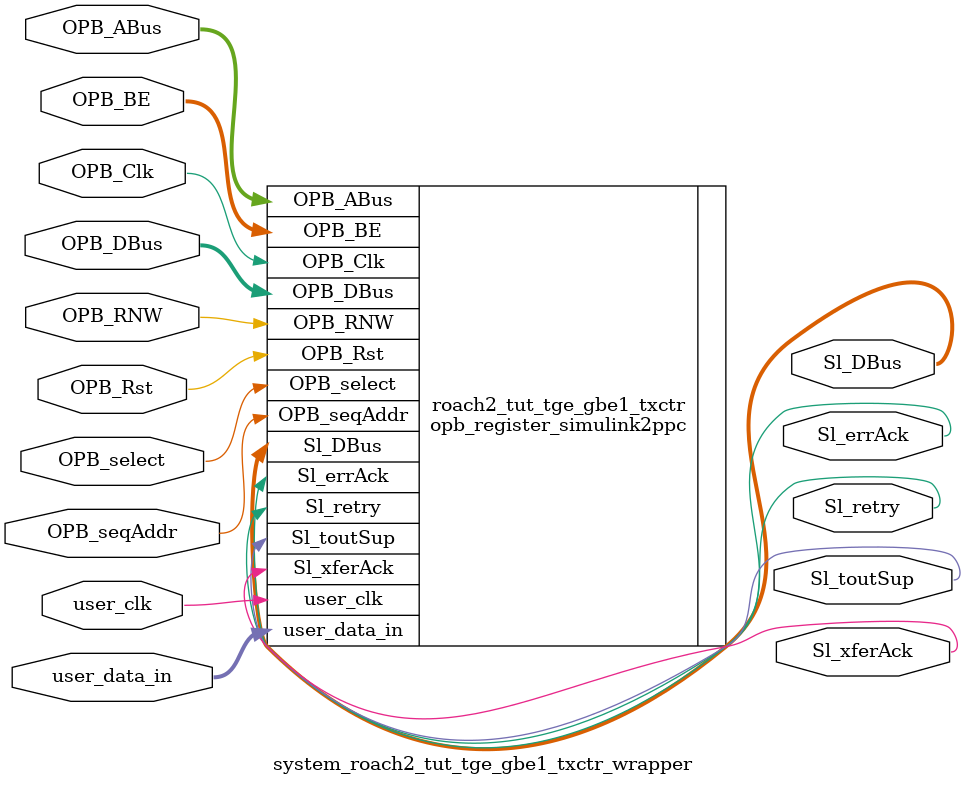
<source format=v>

module system_roach2_tut_tge_gbe1_txctr_wrapper
  (
    OPB_Clk,
    OPB_Rst,
    Sl_DBus,
    Sl_errAck,
    Sl_retry,
    Sl_toutSup,
    Sl_xferAck,
    OPB_ABus,
    OPB_BE,
    OPB_DBus,
    OPB_RNW,
    OPB_select,
    OPB_seqAddr,
    user_data_in,
    user_clk
  );
  input OPB_Clk;
  input OPB_Rst;
  output [0:31] Sl_DBus;
  output Sl_errAck;
  output Sl_retry;
  output Sl_toutSup;
  output Sl_xferAck;
  input [0:31] OPB_ABus;
  input [0:3] OPB_BE;
  input [0:31] OPB_DBus;
  input OPB_RNW;
  input OPB_select;
  input OPB_seqAddr;
  input [31:0] user_data_in;
  input user_clk;

  opb_register_simulink2ppc
    #(
      .C_BASEADDR ( 32'h010C0300 ),
      .C_HIGHADDR ( 32'h010C03FF ),
      .C_OPB_AWIDTH ( 32 ),
      .C_OPB_DWIDTH ( 32 ),
      .C_FAMILY ( "virtex6" )
    )
    roach2_tut_tge_gbe1_txctr (
      .OPB_Clk ( OPB_Clk ),
      .OPB_Rst ( OPB_Rst ),
      .Sl_DBus ( Sl_DBus ),
      .Sl_errAck ( Sl_errAck ),
      .Sl_retry ( Sl_retry ),
      .Sl_toutSup ( Sl_toutSup ),
      .Sl_xferAck ( Sl_xferAck ),
      .OPB_ABus ( OPB_ABus ),
      .OPB_BE ( OPB_BE ),
      .OPB_DBus ( OPB_DBus ),
      .OPB_RNW ( OPB_RNW ),
      .OPB_select ( OPB_select ),
      .OPB_seqAddr ( OPB_seqAddr ),
      .user_data_in ( user_data_in ),
      .user_clk ( user_clk )
    );

endmodule


</source>
